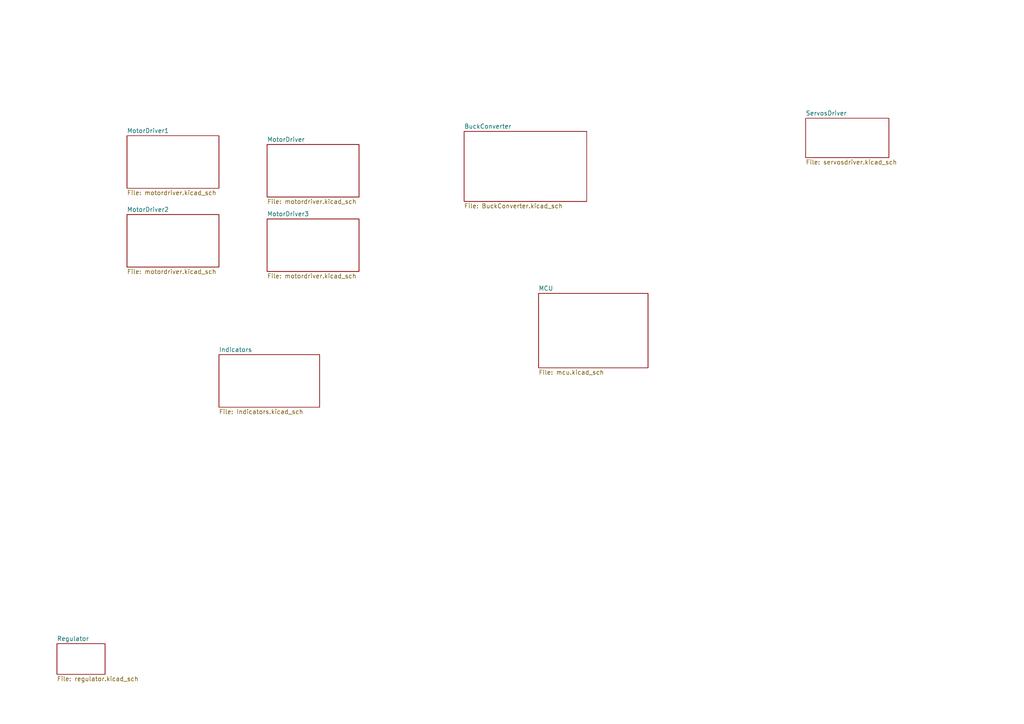
<source format=kicad_sch>
(kicad_sch
	(version 20250114)
	(generator "eeschema")
	(generator_version "9.0")
	(uuid "78f9b8b9-94ed-46bb-ab2b-797c156bf665")
	(paper "A4")
	(title_block
		(title "ControlHub")
		(rev "A")
		(company "Tensor Labs")
		(comment 1 "Initial Prototype")
		(comment 2 "Designed by J. Luera")
	)
	(lib_symbols)
	(sheet
		(at 63.5 102.87)
		(size 29.21 15.24)
		(exclude_from_sim no)
		(in_bom yes)
		(on_board yes)
		(dnp no)
		(fields_autoplaced yes)
		(stroke
			(width 0.1524)
			(type solid)
		)
		(fill
			(color 0 0 0 0.0000)
		)
		(uuid "14ea8e61-8e65-415a-aef4-444b25cd536e")
		(property "Sheetname" "Indicators"
			(at 63.5 102.1584 0)
			(effects
				(font
					(size 1.27 1.27)
				)
				(justify left bottom)
			)
		)
		(property "Sheetfile" "Indicators.kicad_sch"
			(at 63.5 118.6946 0)
			(effects
				(font
					(size 1.27 1.27)
				)
				(justify left top)
			)
		)
		(instances
			(project "controlhub"
				(path "/78f9b8b9-94ed-46bb-ab2b-797c156bf665"
					(page "3")
				)
			)
		)
	)
	(sheet
		(at 134.62 38.1)
		(size 35.56 20.32)
		(exclude_from_sim no)
		(in_bom yes)
		(on_board yes)
		(dnp no)
		(fields_autoplaced yes)
		(stroke
			(width 0.1524)
			(type solid)
		)
		(fill
			(color 0 0 0 0.0000)
		)
		(uuid "4fbfd26d-56f4-4375-bd3e-d29fbaad9eed")
		(property "Sheetname" "BuckConverter"
			(at 134.62 37.3884 0)
			(effects
				(font
					(size 1.27 1.27)
				)
				(justify left bottom)
			)
		)
		(property "Sheetfile" "BuckConverter.kicad_sch"
			(at 134.62 59.0046 0)
			(effects
				(font
					(size 1.27 1.27)
				)
				(justify left top)
			)
		)
		(instances
			(project "controlhub"
				(path "/78f9b8b9-94ed-46bb-ab2b-797c156bf665"
					(page "6")
				)
			)
		)
	)
	(sheet
		(at 77.47 41.91)
		(size 26.67 15.24)
		(exclude_from_sim no)
		(in_bom yes)
		(on_board yes)
		(dnp no)
		(fields_autoplaced yes)
		(stroke
			(width 0.1524)
			(type solid)
		)
		(fill
			(color 0 0 0 0.0000)
		)
		(uuid "5fdbac9f-f658-4a00-a70d-cfad4fe5961e")
		(property "Sheetname" "MotorDriver"
			(at 77.47 41.1984 0)
			(effects
				(font
					(size 1.27 1.27)
				)
				(justify left bottom)
			)
		)
		(property "Sheetfile" "motordriver.kicad_sch"
			(at 77.47 57.7346 0)
			(effects
				(font
					(size 1.27 1.27)
				)
				(justify left top)
			)
		)
		(instances
			(project "controlhub"
				(path "/78f9b8b9-94ed-46bb-ab2b-797c156bf665"
					(page "6")
				)
			)
		)
	)
	(sheet
		(at 156.21 85.09)
		(size 31.75 21.59)
		(exclude_from_sim no)
		(in_bom yes)
		(on_board yes)
		(dnp no)
		(fields_autoplaced yes)
		(stroke
			(width 0.1524)
			(type solid)
		)
		(fill
			(color 0 0 0 0.0000)
		)
		(uuid "64921508-3e9f-434f-afb3-8d277d43284b")
		(property "Sheetname" "MCU"
			(at 156.21 84.3784 0)
			(effects
				(font
					(size 1.27 1.27)
				)
				(justify left bottom)
			)
		)
		(property "Sheetfile" "mcu.kicad_sch"
			(at 156.21 107.2646 0)
			(effects
				(font
					(size 1.27 1.27)
				)
				(justify left top)
			)
		)
		(instances
			(project "controlhub"
				(path "/78f9b8b9-94ed-46bb-ab2b-797c156bf665"
					(page "4")
				)
			)
		)
	)
	(sheet
		(at 36.83 62.23)
		(size 26.67 15.24)
		(exclude_from_sim no)
		(in_bom yes)
		(on_board yes)
		(dnp no)
		(fields_autoplaced yes)
		(stroke
			(width 0.1524)
			(type solid)
		)
		(fill
			(color 0 0 0 0.0000)
		)
		(uuid "69943119-d6be-40ce-897b-194a2d80c196")
		(property "Sheetname" "MotorDriver2"
			(at 36.83 61.5184 0)
			(effects
				(font
					(size 1.27 1.27)
				)
				(justify left bottom)
			)
		)
		(property "Sheetfile" "motordriver.kicad_sch"
			(at 36.83 78.0546 0)
			(effects
				(font
					(size 1.27 1.27)
				)
				(justify left top)
			)
		)
		(instances
			(project "controlhub"
				(path "/78f9b8b9-94ed-46bb-ab2b-797c156bf665"
					(page "8")
				)
			)
		)
	)
	(sheet
		(at 16.51 186.69)
		(size 13.97 8.89)
		(exclude_from_sim no)
		(in_bom yes)
		(on_board yes)
		(dnp no)
		(fields_autoplaced yes)
		(stroke
			(width 0.1524)
			(type solid)
		)
		(fill
			(color 0 0 0 0.0000)
		)
		(uuid "bc3e1279-1980-4531-9aca-cf1688bab914")
		(property "Sheetname" "Regulator"
			(at 16.51 185.9784 0)
			(effects
				(font
					(size 1.27 1.27)
				)
				(justify left bottom)
			)
		)
		(property "Sheetfile" "regulator.kicad_sch"
			(at 16.51 196.1646 0)
			(effects
				(font
					(size 1.27 1.27)
				)
				(justify left top)
			)
		)
		(instances
			(project "controlhub"
				(path "/78f9b8b9-94ed-46bb-ab2b-797c156bf665"
					(page "2")
				)
			)
		)
	)
	(sheet
		(at 36.83 39.37)
		(size 26.67 15.24)
		(exclude_from_sim no)
		(in_bom yes)
		(on_board yes)
		(dnp no)
		(fields_autoplaced yes)
		(stroke
			(width 0.1524)
			(type solid)
		)
		(fill
			(color 0 0 0 0.0000)
		)
		(uuid "be13a64d-3893-4854-b321-104e725ec0f7")
		(property "Sheetname" "MotorDriver1"
			(at 36.83 38.6584 0)
			(effects
				(font
					(size 1.27 1.27)
				)
				(justify left bottom)
			)
		)
		(property "Sheetfile" "motordriver.kicad_sch"
			(at 36.83 55.1946 0)
			(effects
				(font
					(size 1.27 1.27)
				)
				(justify left top)
			)
		)
		(instances
			(project "controlhub"
				(path "/78f9b8b9-94ed-46bb-ab2b-797c156bf665"
					(page "7")
				)
			)
		)
	)
	(sheet
		(at 233.68 34.29)
		(size 24.13 11.43)
		(exclude_from_sim no)
		(in_bom yes)
		(on_board yes)
		(dnp no)
		(fields_autoplaced yes)
		(stroke
			(width 0.1524)
			(type solid)
		)
		(fill
			(color 0 0 0 0.0000)
		)
		(uuid "bfe440fe-d38b-4576-9113-238cb7990e5b")
		(property "Sheetname" "ServosDriver"
			(at 233.68 33.5784 0)
			(effects
				(font
					(size 1.27 1.27)
				)
				(justify left bottom)
			)
		)
		(property "Sheetfile" "servosdriver.kicad_sch"
			(at 233.68 46.3046 0)
			(effects
				(font
					(size 1.27 1.27)
				)
				(justify left top)
			)
		)
		(instances
			(project "controlhub"
				(path "/78f9b8b9-94ed-46bb-ab2b-797c156bf665"
					(page "5")
				)
			)
		)
	)
	(sheet
		(at 77.47 63.5)
		(size 26.67 15.24)
		(exclude_from_sim no)
		(in_bom yes)
		(on_board yes)
		(dnp no)
		(fields_autoplaced yes)
		(stroke
			(width 0.1524)
			(type solid)
		)
		(fill
			(color 0 0 0 0.0000)
		)
		(uuid "eee69926-6afc-49f8-acf5-10d5f35a93ff")
		(property "Sheetname" "MotorDriver3"
			(at 77.47 62.7884 0)
			(effects
				(font
					(size 1.27 1.27)
				)
				(justify left bottom)
			)
		)
		(property "Sheetfile" "motordriver.kicad_sch"
			(at 77.47 79.3246 0)
			(effects
				(font
					(size 1.27 1.27)
				)
				(justify left top)
			)
		)
		(instances
			(project "controlhub"
				(path "/78f9b8b9-94ed-46bb-ab2b-797c156bf665"
					(page "9")
				)
			)
		)
	)
	(sheet_instances
		(path "/"
			(page "1")
		)
	)
	(embedded_fonts no)
)

</source>
